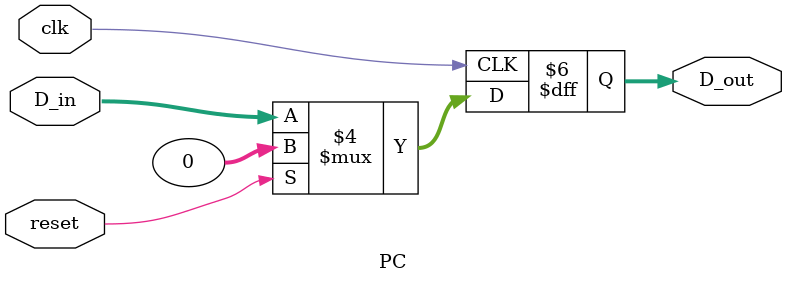
<source format=v>
module PC(input clk, 
          input reset, 
          input [31:0] D_in, 
          output reg[31:0] D_out
          );
    
    always@(posedge clk) begin
        if (reset == 1)
            D_out <= 32'b0;
        else
            D_out <= D_in;
    end
endmodule
</source>
